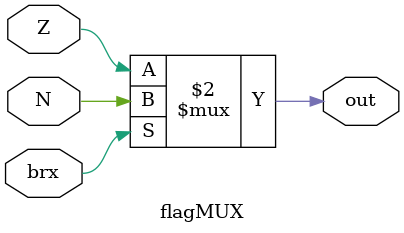
<source format=v>
module flagMUX(N,Z,brx,out);

input N;
input Z;
input brx;
output out;

wire out;

assign out=(brx==1'b0)?Z:
N;

endmodule
</source>
